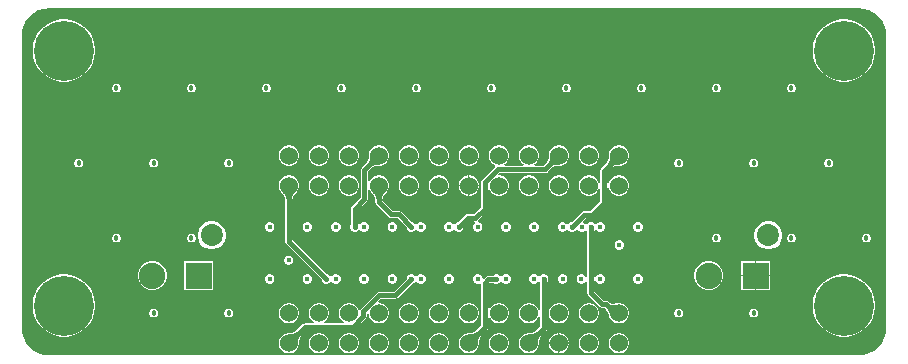
<source format=gbl>
G04*
G04 #@! TF.GenerationSoftware,Altium Limited,Altium Designer,24.0.1 (36)*
G04*
G04 Layer_Physical_Order=4*
G04 Layer_Color=16711680*
%FSLAX44Y44*%
%MOMM*%
G71*
G04*
G04 #@! TF.SameCoordinates,FEA383FD-90B8-454F-AD33-5B4C9E3D299A*
G04*
G04*
G04 #@! TF.FilePolarity,Positive*
G04*
G01*
G75*
%ADD21C,0.3810*%
%ADD22C,1.8600*%
%ADD23R,2.2400X2.2400*%
%ADD24C,2.2400*%
%ADD25C,5.0800*%
%ADD26C,1.5240*%
%ADD27C,0.4524*%
%ADD28C,0.4572*%
G36*
X677606Y270304D02*
X681939Y268990D01*
X685933Y266856D01*
X689433Y263983D01*
X692306Y260483D01*
X694440Y256489D01*
X695754Y252156D01*
X696189Y247747D01*
X696169Y247650D01*
Y0D01*
X696189Y-98D01*
X695754Y-4506D01*
X694440Y-8839D01*
X692306Y-12833D01*
X689433Y-16333D01*
X685933Y-19205D01*
X681939Y-21340D01*
X677606Y-22654D01*
X673197Y-23089D01*
X673100Y-23069D01*
X-12700D01*
X-12797Y-23089D01*
X-17206Y-22654D01*
X-21539Y-21340D01*
X-25533Y-19205D01*
X-29033Y-16333D01*
X-31906Y-12833D01*
X-34040Y-8839D01*
X-35354Y-4506D01*
X-35789Y-98D01*
X-35769Y0D01*
Y247650D01*
X-35789Y247747D01*
X-35354Y252156D01*
X-34040Y256489D01*
X-31906Y260483D01*
X-29033Y263983D01*
X-25533Y266856D01*
X-21539Y268990D01*
X-17206Y270304D01*
X-12797Y270739D01*
X-12700Y270719D01*
X673100D01*
X673197Y270739D01*
X677606Y270304D01*
D02*
G37*
%LPC*%
G36*
X662479Y261366D02*
X658321D01*
X654214Y260716D01*
X650260Y259431D01*
X646555Y257543D01*
X643191Y255099D01*
X640251Y252159D01*
X637807Y248795D01*
X635919Y245090D01*
X634634Y241136D01*
X633984Y237029D01*
Y232871D01*
X634634Y228764D01*
X635919Y224810D01*
X637807Y221105D01*
X640251Y217741D01*
X643191Y214801D01*
X646555Y212357D01*
X650260Y210469D01*
X654214Y209184D01*
X658321Y208534D01*
X662479D01*
X666586Y209184D01*
X670540Y210469D01*
X674245Y212357D01*
X677609Y214801D01*
X680549Y217741D01*
X682993Y221105D01*
X684881Y224810D01*
X686166Y228764D01*
X686816Y232871D01*
Y237029D01*
X686166Y241136D01*
X684881Y245090D01*
X682993Y248795D01*
X680549Y252159D01*
X677609Y255099D01*
X674245Y257543D01*
X670540Y259431D01*
X666586Y260716D01*
X662479Y261366D01*
D02*
G37*
G36*
X2079D02*
X-2079D01*
X-6186Y260716D01*
X-10140Y259431D01*
X-13845Y257543D01*
X-17209Y255099D01*
X-20149Y252159D01*
X-22593Y248795D01*
X-24481Y245090D01*
X-25766Y241136D01*
X-26416Y237029D01*
Y232871D01*
X-25766Y228764D01*
X-24481Y224810D01*
X-22593Y221105D01*
X-20149Y217741D01*
X-17209Y214801D01*
X-13845Y212357D01*
X-10140Y210469D01*
X-6186Y209184D01*
X-2079Y208534D01*
X2079D01*
X6186Y209184D01*
X10140Y210469D01*
X13845Y212357D01*
X17209Y214801D01*
X20149Y217741D01*
X22593Y221105D01*
X24481Y224810D01*
X25766Y228764D01*
X26416Y232871D01*
Y237029D01*
X25766Y241136D01*
X24481Y245090D01*
X22593Y248795D01*
X20149Y252159D01*
X17209Y255099D01*
X13845Y257543D01*
X10140Y259431D01*
X6186Y260716D01*
X2079Y261366D01*
D02*
G37*
G36*
X616700Y206970D02*
X615200D01*
X613815Y206396D01*
X612754Y205336D01*
X612180Y203950D01*
Y202450D01*
X612754Y201064D01*
X613815Y200004D01*
X615200Y199430D01*
X616700D01*
X618086Y200004D01*
X619146Y201064D01*
X619720Y202450D01*
Y203950D01*
X619146Y205336D01*
X618086Y206396D01*
X616700Y206970D01*
D02*
G37*
G36*
X553200D02*
X551700D01*
X550314Y206396D01*
X549254Y205336D01*
X548680Y203950D01*
Y202450D01*
X549254Y201064D01*
X550314Y200004D01*
X551700Y199430D01*
X553200D01*
X554585Y200004D01*
X555646Y201064D01*
X556220Y202450D01*
Y203950D01*
X555646Y205336D01*
X554585Y206396D01*
X553200Y206970D01*
D02*
G37*
G36*
X489700D02*
X488200D01*
X486814Y206396D01*
X485754Y205336D01*
X485180Y203950D01*
Y202450D01*
X485754Y201064D01*
X486814Y200004D01*
X488200Y199430D01*
X489700D01*
X491086Y200004D01*
X492146Y201064D01*
X492720Y202450D01*
Y203950D01*
X492146Y205336D01*
X491086Y206396D01*
X489700Y206970D01*
D02*
G37*
G36*
X426200D02*
X424700D01*
X423315Y206396D01*
X422254Y205336D01*
X421680Y203950D01*
Y202450D01*
X422254Y201064D01*
X423315Y200004D01*
X424700Y199430D01*
X426200D01*
X427585Y200004D01*
X428646Y201064D01*
X429220Y202450D01*
Y203950D01*
X428646Y205336D01*
X427585Y206396D01*
X426200Y206970D01*
D02*
G37*
G36*
X362700D02*
X361200D01*
X359814Y206396D01*
X358754Y205336D01*
X358180Y203950D01*
Y202450D01*
X358754Y201064D01*
X359814Y200004D01*
X361200Y199430D01*
X362700D01*
X364086Y200004D01*
X365146Y201064D01*
X365720Y202450D01*
Y203950D01*
X365146Y205336D01*
X364086Y206396D01*
X362700Y206970D01*
D02*
G37*
G36*
X299200D02*
X297700D01*
X296315Y206396D01*
X295254Y205336D01*
X294680Y203950D01*
Y202450D01*
X295254Y201064D01*
X296315Y200004D01*
X297700Y199430D01*
X299200D01*
X300585Y200004D01*
X301646Y201064D01*
X302220Y202450D01*
Y203950D01*
X301646Y205336D01*
X300585Y206396D01*
X299200Y206970D01*
D02*
G37*
G36*
X235700D02*
X234200D01*
X232815Y206396D01*
X231754Y205336D01*
X231180Y203950D01*
Y202450D01*
X231754Y201064D01*
X232815Y200004D01*
X234200Y199430D01*
X235700D01*
X237085Y200004D01*
X238146Y201064D01*
X238720Y202450D01*
Y203950D01*
X238146Y205336D01*
X237085Y206396D01*
X235700Y206970D01*
D02*
G37*
G36*
X172200D02*
X170700D01*
X169314Y206396D01*
X168254Y205336D01*
X167680Y203950D01*
Y202450D01*
X168254Y201064D01*
X169314Y200004D01*
X170700Y199430D01*
X172200D01*
X173585Y200004D01*
X174646Y201064D01*
X175220Y202450D01*
Y203950D01*
X174646Y205336D01*
X173585Y206396D01*
X172200Y206970D01*
D02*
G37*
G36*
X108700D02*
X107200D01*
X105815Y206396D01*
X104754Y205336D01*
X104180Y203950D01*
Y202450D01*
X104754Y201064D01*
X105815Y200004D01*
X107200Y199430D01*
X108700D01*
X110085Y200004D01*
X111146Y201064D01*
X111720Y202450D01*
Y203950D01*
X111146Y205336D01*
X110085Y206396D01*
X108700Y206970D01*
D02*
G37*
G36*
X45200D02*
X43700D01*
X42315Y206396D01*
X41254Y205336D01*
X40680Y203950D01*
Y202450D01*
X41254Y201064D01*
X42315Y200004D01*
X43700Y199430D01*
X45200D01*
X46585Y200004D01*
X47646Y201064D01*
X48220Y202450D01*
Y203950D01*
X47646Y205336D01*
X46585Y206396D01*
X45200Y206970D01*
D02*
G37*
G36*
X420237Y154686D02*
X417963D01*
X415767Y154097D01*
X413797Y152961D01*
X412189Y151353D01*
X411053Y149383D01*
X410464Y147187D01*
Y146182D01*
X410381Y145989D01*
X410368Y145083D01*
X410313Y144261D01*
X410218Y143497D01*
X410082Y142791D01*
X409909Y142143D01*
X409699Y141553D01*
X409455Y141019D01*
X409178Y140538D01*
X408868Y140109D01*
X408484Y139681D01*
X408465Y139627D01*
X406256Y137418D01*
X398561D01*
X398220Y138688D01*
X399003Y139139D01*
X400611Y140747D01*
X401748Y142717D01*
X402336Y144913D01*
Y147187D01*
X401748Y149383D01*
X400611Y151353D01*
X399003Y152961D01*
X397033Y154097D01*
X394837Y154686D01*
X392563D01*
X390367Y154097D01*
X388397Y152961D01*
X386790Y151353D01*
X385653Y149383D01*
X385064Y147187D01*
Y144913D01*
X385653Y142717D01*
X386790Y140747D01*
X388397Y139139D01*
X389180Y138688D01*
X388839Y137418D01*
X373161D01*
X372820Y138688D01*
X373603Y139139D01*
X375210Y140747D01*
X376348Y142717D01*
X376936Y144913D01*
Y147187D01*
X376348Y149383D01*
X375210Y151353D01*
X373603Y152961D01*
X371633Y154097D01*
X369437Y154686D01*
X367163D01*
X364967Y154097D01*
X362997Y152961D01*
X361390Y151353D01*
X360252Y149383D01*
X359664Y147187D01*
Y144913D01*
X360252Y142717D01*
X361390Y140747D01*
X362997Y139139D01*
X364967Y138003D01*
X364970Y138002D01*
X365197Y136626D01*
X365076Y136545D01*
X354094Y125563D01*
X353448Y124597D01*
X353222Y123457D01*
Y102434D01*
X347185Y96397D01*
X342118D01*
X340979Y96170D01*
X340012Y95524D01*
X333988Y89500D01*
X333404D01*
X331934Y88891D01*
X330920Y87877D01*
X330200Y87817D01*
X329480Y87877D01*
X328466Y88891D01*
X326996Y89500D01*
X325404D01*
X323934Y88891D01*
X322809Y87766D01*
X322200Y86296D01*
Y84704D01*
X322809Y83234D01*
X323934Y82109D01*
X325404Y81500D01*
X326996D01*
X328466Y82109D01*
X329480Y83123D01*
X330200Y83183D01*
X330920Y83123D01*
X331934Y82109D01*
X333404Y81500D01*
X334996D01*
X336466Y82109D01*
X337591Y83234D01*
X338200Y84704D01*
Y85288D01*
X343352Y90440D01*
X347247D01*
X347461Y90420D01*
X348472Y89986D01*
X348099Y89007D01*
X347934Y88891D01*
X347704Y88660D01*
X346809Y87766D01*
X346200Y86296D01*
Y84704D01*
X346809Y83234D01*
X347934Y82109D01*
X349404Y81500D01*
X350996D01*
X352466Y82109D01*
X353591Y83234D01*
X354200Y84704D01*
Y86296D01*
X353591Y87766D01*
X352466Y88891D01*
X350996Y89500D01*
X350695D01*
X350482Y89757D01*
X350524Y91312D01*
X358306Y99094D01*
X358951Y100060D01*
X359178Y101200D01*
Y116637D01*
X360448Y116978D01*
X361390Y115347D01*
X362997Y113740D01*
X364967Y112603D01*
X367163Y112014D01*
X369437D01*
X371633Y112603D01*
X373603Y113740D01*
X375210Y115347D01*
X376348Y117317D01*
X376936Y119513D01*
Y121787D01*
X376348Y123983D01*
X375210Y125953D01*
X373603Y127561D01*
X371633Y128698D01*
X369437Y129286D01*
X368037D01*
X367511Y130556D01*
X368416Y131461D01*
X407490D01*
X408629Y131688D01*
X409595Y132334D01*
X412677Y135415D01*
X412731Y135434D01*
X413159Y135818D01*
X413588Y136128D01*
X414069Y136405D01*
X414603Y136649D01*
X415193Y136859D01*
X415841Y137032D01*
X416531Y137165D01*
X418149Y137318D01*
X419039Y137331D01*
X419232Y137414D01*
X420237D01*
X422433Y138003D01*
X424403Y139139D01*
X426011Y140747D01*
X427147Y142717D01*
X427736Y144913D01*
Y147187D01*
X427147Y149383D01*
X426011Y151353D01*
X424403Y152961D01*
X422433Y154097D01*
X420237Y154686D01*
D02*
G37*
G36*
X445637D02*
X443363D01*
X441167Y154097D01*
X439197Y152961D01*
X437589Y151353D01*
X436452Y149383D01*
X435864Y147187D01*
Y144913D01*
X436452Y142717D01*
X437589Y140747D01*
X439197Y139139D01*
X441167Y138003D01*
X443363Y137414D01*
X445637D01*
X447833Y138003D01*
X449803Y139139D01*
X451410Y140747D01*
X452547Y142717D01*
X453136Y144913D01*
Y147187D01*
X452547Y149383D01*
X451410Y151353D01*
X449803Y152961D01*
X447833Y154097D01*
X445637Y154686D01*
D02*
G37*
G36*
X344037D02*
X341763D01*
X339567Y154097D01*
X337597Y152961D01*
X335989Y151353D01*
X334852Y149383D01*
X334264Y147187D01*
Y144913D01*
X334852Y142717D01*
X335989Y140747D01*
X337597Y139139D01*
X339567Y138003D01*
X341763Y137414D01*
X344037D01*
X346233Y138003D01*
X348203Y139139D01*
X349810Y140747D01*
X350947Y142717D01*
X351536Y144913D01*
Y147187D01*
X350947Y149383D01*
X349810Y151353D01*
X348203Y152961D01*
X346233Y154097D01*
X344037Y154686D01*
D02*
G37*
G36*
X318637D02*
X316363D01*
X314167Y154097D01*
X312197Y152961D01*
X310590Y151353D01*
X309452Y149383D01*
X308864Y147187D01*
Y144913D01*
X309452Y142717D01*
X310590Y140747D01*
X312197Y139139D01*
X314167Y138003D01*
X316363Y137414D01*
X318637D01*
X320833Y138003D01*
X322803Y139139D01*
X324411Y140747D01*
X325547Y142717D01*
X326136Y144913D01*
Y147187D01*
X325547Y149383D01*
X324411Y151353D01*
X322803Y152961D01*
X320833Y154097D01*
X318637Y154686D01*
D02*
G37*
G36*
X293237D02*
X290963D01*
X288767Y154097D01*
X286797Y152961D01*
X285189Y151353D01*
X284053Y149383D01*
X283464Y147187D01*
Y144913D01*
X284053Y142717D01*
X285189Y140747D01*
X286797Y139139D01*
X288767Y138003D01*
X290963Y137414D01*
X293237D01*
X295433Y138003D01*
X297403Y139139D01*
X299011Y140747D01*
X300147Y142717D01*
X300736Y144913D01*
Y147187D01*
X300147Y149383D01*
X299011Y151353D01*
X297403Y152961D01*
X295433Y154097D01*
X293237Y154686D01*
D02*
G37*
G36*
X242437D02*
X240163D01*
X237967Y154097D01*
X235997Y152961D01*
X234389Y151353D01*
X233253Y149383D01*
X232664Y147187D01*
Y144913D01*
X233253Y142717D01*
X234389Y140747D01*
X235997Y139139D01*
X237967Y138003D01*
X240163Y137414D01*
X242437D01*
X244633Y138003D01*
X246603Y139139D01*
X248211Y140747D01*
X249347Y142717D01*
X249936Y144913D01*
Y147187D01*
X249347Y149383D01*
X248211Y151353D01*
X246603Y152961D01*
X244633Y154097D01*
X242437Y154686D01*
D02*
G37*
G36*
X217037D02*
X214763D01*
X212567Y154097D01*
X210597Y152961D01*
X208990Y151353D01*
X207852Y149383D01*
X207264Y147187D01*
Y144913D01*
X207852Y142717D01*
X208990Y140747D01*
X210597Y139139D01*
X212567Y138003D01*
X214763Y137414D01*
X217037D01*
X219233Y138003D01*
X221203Y139139D01*
X222810Y140747D01*
X223948Y142717D01*
X224536Y144913D01*
Y147187D01*
X223948Y149383D01*
X222810Y151353D01*
X221203Y152961D01*
X219233Y154097D01*
X217037Y154686D01*
D02*
G37*
G36*
X191637D02*
X189363D01*
X187167Y154097D01*
X185197Y152961D01*
X183589Y151353D01*
X182453Y149383D01*
X181864Y147187D01*
Y144913D01*
X182453Y142717D01*
X183589Y140747D01*
X185197Y139139D01*
X187167Y138003D01*
X189363Y137414D01*
X191637D01*
X193833Y138003D01*
X195803Y139139D01*
X197411Y140747D01*
X198547Y142717D01*
X199136Y144913D01*
Y147187D01*
X198547Y149383D01*
X197411Y151353D01*
X195803Y152961D01*
X193833Y154097D01*
X191637Y154686D01*
D02*
G37*
G36*
X648450Y143470D02*
X646950D01*
X645564Y142896D01*
X644504Y141835D01*
X643930Y140450D01*
Y138950D01*
X644504Y137564D01*
X645564Y136504D01*
X646950Y135930D01*
X648450D01*
X649836Y136504D01*
X650896Y137564D01*
X651470Y138950D01*
Y140450D01*
X650896Y141835D01*
X649836Y142896D01*
X648450Y143470D01*
D02*
G37*
G36*
X584950D02*
X583450D01*
X582065Y142896D01*
X581004Y141835D01*
X580430Y140450D01*
Y138950D01*
X581004Y137564D01*
X582065Y136504D01*
X583450Y135930D01*
X584950D01*
X586335Y136504D01*
X587396Y137564D01*
X587970Y138950D01*
Y140450D01*
X587396Y141835D01*
X586335Y142896D01*
X584950Y143470D01*
D02*
G37*
G36*
X521450D02*
X519950D01*
X518564Y142896D01*
X517504Y141835D01*
X516930Y140450D01*
Y138950D01*
X517504Y137564D01*
X518564Y136504D01*
X519950Y135930D01*
X521450D01*
X522836Y136504D01*
X523896Y137564D01*
X524470Y138950D01*
Y140450D01*
X523896Y141835D01*
X522836Y142896D01*
X521450Y143470D01*
D02*
G37*
G36*
X140450D02*
X138950D01*
X137564Y142896D01*
X136504Y141835D01*
X135930Y140450D01*
Y138950D01*
X136504Y137564D01*
X137564Y136504D01*
X138950Y135930D01*
X140450D01*
X141835Y136504D01*
X142896Y137564D01*
X143470Y138950D01*
Y140450D01*
X142896Y141835D01*
X141835Y142896D01*
X140450Y143470D01*
D02*
G37*
G36*
X76950D02*
X75450D01*
X74064Y142896D01*
X73004Y141835D01*
X72430Y140450D01*
Y138950D01*
X73004Y137564D01*
X74064Y136504D01*
X75450Y135930D01*
X76950D01*
X78335Y136504D01*
X79396Y137564D01*
X79970Y138950D01*
Y140450D01*
X79396Y141835D01*
X78335Y142896D01*
X76950Y143470D01*
D02*
G37*
G36*
X13450D02*
X11950D01*
X10565Y142896D01*
X9504Y141835D01*
X8930Y140450D01*
Y138950D01*
X9504Y137564D01*
X10565Y136504D01*
X11950Y135930D01*
X13450D01*
X14835Y136504D01*
X15896Y137564D01*
X16470Y138950D01*
Y140450D01*
X15896Y141835D01*
X14835Y142896D01*
X13450Y143470D01*
D02*
G37*
G36*
X471037Y154686D02*
X468763D01*
X466567Y154097D01*
X464597Y152961D01*
X462990Y151353D01*
X461852Y149383D01*
X461264Y147187D01*
Y146182D01*
X461181Y145989D01*
X461168Y145083D01*
X461114Y144261D01*
X461018Y143497D01*
X460882Y142791D01*
X460709Y142143D01*
X460499Y141553D01*
X460255Y141019D01*
X459978Y140538D01*
X459668Y140109D01*
X459284Y139681D01*
X459265Y139627D01*
X455094Y135456D01*
X454449Y134490D01*
X454222Y133350D01*
Y122642D01*
X452952Y122474D01*
X452547Y123983D01*
X451410Y125953D01*
X449803Y127561D01*
X447833Y128698D01*
X445637Y129286D01*
X443363D01*
X441167Y128698D01*
X439197Y127561D01*
X437589Y125953D01*
X436452Y123983D01*
X435864Y121787D01*
Y119513D01*
X436452Y117317D01*
X437589Y115347D01*
X439197Y113740D01*
X441167Y112603D01*
X443363Y112014D01*
X445637D01*
X447833Y112603D01*
X449803Y113740D01*
X451410Y115347D01*
X452547Y117317D01*
X452952Y118826D01*
X454222Y118658D01*
Y107434D01*
X445733Y98945D01*
X440667D01*
X439527Y98718D01*
X438561Y98073D01*
X429988Y89500D01*
X429404D01*
X427934Y88891D01*
X426920Y87877D01*
X426200Y87817D01*
X425480Y87877D01*
X424466Y88891D01*
X422996Y89500D01*
X421404D01*
X419934Y88891D01*
X418809Y87766D01*
X418200Y86296D01*
Y84704D01*
X418809Y83234D01*
X419934Y82109D01*
X421404Y81500D01*
X422996D01*
X424466Y82109D01*
X425480Y83123D01*
X426200Y83183D01*
X426920Y83123D01*
X427934Y82109D01*
X429404Y81500D01*
X430996D01*
X432466Y82109D01*
X433591Y83234D01*
X434939Y83169D01*
X434984Y83059D01*
X436110Y81933D01*
X437580Y81325D01*
X439171D01*
X440641Y81933D01*
X441583Y82875D01*
X442028Y83006D01*
X443222Y82417D01*
Y43148D01*
X441952Y42895D01*
X441591Y43766D01*
X440466Y44891D01*
X438996Y45500D01*
X437404D01*
X435934Y44891D01*
X434809Y43766D01*
X434200Y42296D01*
Y40704D01*
X434809Y39234D01*
X435934Y38109D01*
X437404Y37500D01*
X438996D01*
X440466Y38109D01*
X441591Y39234D01*
X441952Y40105D01*
X443222Y39852D01*
Y30050D01*
X443448Y28910D01*
X444094Y27944D01*
X453843Y18195D01*
X454809Y17550D01*
X455949Y17323D01*
X457972D01*
X458395Y16900D01*
X458415Y16844D01*
X458754Y16472D01*
X459065Y16068D01*
X459371Y15604D01*
X460015Y14412D01*
X460313Y13752D01*
X461235Y11231D01*
X461526Y10268D01*
X461652Y10114D01*
X461852Y9367D01*
X462990Y7397D01*
X464597Y5789D01*
X466567Y4652D01*
X468763Y4064D01*
X471037D01*
X473233Y4652D01*
X475203Y5789D01*
X476810Y7397D01*
X477948Y9367D01*
X478536Y11563D01*
Y13837D01*
X477948Y16033D01*
X476810Y18003D01*
X475203Y19611D01*
X473233Y20747D01*
X471037Y21336D01*
X468763D01*
X467555Y21012D01*
X467352Y21038D01*
X466585Y20830D01*
X465901Y20702D01*
X465264Y20641D01*
X464672Y20643D01*
X464124Y20706D01*
X463616Y20826D01*
X463141Y21003D01*
X462693Y21238D01*
X462268Y21535D01*
X461815Y21939D01*
X461762Y21957D01*
X461312Y22407D01*
X460345Y23053D01*
X459206Y23280D01*
X457182D01*
X449178Y31284D01*
Y39852D01*
X450448Y40105D01*
X450809Y39234D01*
X451934Y38109D01*
X453404Y37500D01*
X454996D01*
X456466Y38109D01*
X457591Y39234D01*
X458200Y40704D01*
Y42296D01*
X457591Y43766D01*
X456466Y44891D01*
X454996Y45500D01*
X453404D01*
X451934Y44891D01*
X450809Y43766D01*
X450448Y42895D01*
X449178Y43148D01*
Y82527D01*
X450302Y83175D01*
X450920Y83123D01*
X451934Y82109D01*
X453404Y81500D01*
X454996D01*
X456466Y82109D01*
X457591Y83234D01*
X458200Y84704D01*
Y86296D01*
X457591Y87766D01*
X456466Y88891D01*
X454996Y89500D01*
X453404D01*
X451934Y88891D01*
X450920Y87877D01*
X450200Y87817D01*
X449480Y87877D01*
X448466Y88891D01*
X446996Y89500D01*
X445404D01*
X443934Y88891D01*
X442993Y87949D01*
X442464Y87795D01*
X441480Y87877D01*
X440641Y88716D01*
X439780Y89072D01*
X439410Y90498D01*
X441900Y92988D01*
X446967D01*
X448106Y93215D01*
X449072Y93861D01*
X459306Y104094D01*
X459952Y105060D01*
X460178Y106200D01*
Y118658D01*
X461448Y118826D01*
X461852Y117317D01*
X462990Y115347D01*
X464597Y113740D01*
X466567Y112603D01*
X468763Y112014D01*
X471037D01*
X473233Y112603D01*
X475203Y113740D01*
X476810Y115347D01*
X477948Y117317D01*
X478536Y119513D01*
Y121787D01*
X477948Y123983D01*
X476810Y125953D01*
X475203Y127561D01*
X473233Y128698D01*
X471037Y129286D01*
X468763D01*
X466567Y128698D01*
X464597Y127561D01*
X462990Y125953D01*
X461852Y123983D01*
X461448Y122474D01*
X460178Y122642D01*
Y132116D01*
X463477Y135415D01*
X463531Y135434D01*
X463959Y135818D01*
X464389Y136128D01*
X464869Y136405D01*
X465403Y136649D01*
X465993Y136859D01*
X466641Y137032D01*
X467331Y137165D01*
X468949Y137318D01*
X469839Y137331D01*
X470033Y137414D01*
X471037D01*
X473233Y138003D01*
X475203Y139139D01*
X476810Y140747D01*
X477948Y142717D01*
X478536Y144913D01*
Y147187D01*
X477948Y149383D01*
X476810Y151353D01*
X475203Y152961D01*
X473233Y154097D01*
X471037Y154686D01*
D02*
G37*
G36*
X344037Y129286D02*
X343408D01*
Y121158D01*
X351536D01*
Y121787D01*
X350947Y123983D01*
X349810Y125953D01*
X348203Y127561D01*
X346233Y128698D01*
X344037Y129286D01*
D02*
G37*
G36*
X342392D02*
X341763D01*
X339567Y128698D01*
X337597Y127561D01*
X335989Y125953D01*
X334852Y123983D01*
X334264Y121787D01*
Y121158D01*
X342392D01*
Y129286D01*
D02*
G37*
G36*
X420237D02*
X417963D01*
X415767Y128698D01*
X413797Y127561D01*
X412189Y125953D01*
X411053Y123983D01*
X410464Y121787D01*
Y119513D01*
X411053Y117317D01*
X412189Y115347D01*
X413797Y113740D01*
X415767Y112603D01*
X417963Y112014D01*
X420237D01*
X422433Y112603D01*
X424403Y113740D01*
X426011Y115347D01*
X427147Y117317D01*
X427736Y119513D01*
Y121787D01*
X427147Y123983D01*
X426011Y125953D01*
X424403Y127561D01*
X422433Y128698D01*
X420237Y129286D01*
D02*
G37*
G36*
X394837D02*
X392563D01*
X390367Y128698D01*
X388397Y127561D01*
X386790Y125953D01*
X385653Y123983D01*
X385064Y121787D01*
Y119513D01*
X385653Y117317D01*
X386790Y115347D01*
X388397Y113740D01*
X390367Y112603D01*
X392563Y112014D01*
X394837D01*
X397033Y112603D01*
X399003Y113740D01*
X400611Y115347D01*
X401748Y117317D01*
X402336Y119513D01*
Y121787D01*
X401748Y123983D01*
X400611Y125953D01*
X399003Y127561D01*
X397033Y128698D01*
X394837Y129286D01*
D02*
G37*
G36*
X351536Y120142D02*
X343408D01*
Y112014D01*
X344037D01*
X346233Y112603D01*
X348203Y113740D01*
X349810Y115347D01*
X350947Y117317D01*
X351536Y119513D01*
Y120142D01*
D02*
G37*
G36*
X342392D02*
X334264D01*
Y119513D01*
X334852Y117317D01*
X335989Y115347D01*
X337597Y113740D01*
X339567Y112603D01*
X341763Y112014D01*
X342392D01*
Y120142D01*
D02*
G37*
G36*
X318637Y129286D02*
X316363D01*
X314167Y128698D01*
X312197Y127561D01*
X310590Y125953D01*
X309452Y123983D01*
X308864Y121787D01*
Y119513D01*
X309452Y117317D01*
X310590Y115347D01*
X312197Y113740D01*
X314167Y112603D01*
X316363Y112014D01*
X318637D01*
X320833Y112603D01*
X322803Y113740D01*
X324411Y115347D01*
X325547Y117317D01*
X326136Y119513D01*
Y121787D01*
X325547Y123983D01*
X324411Y125953D01*
X322803Y127561D01*
X320833Y128698D01*
X318637Y129286D01*
D02*
G37*
G36*
X293237D02*
X290963D01*
X288767Y128698D01*
X286797Y127561D01*
X285189Y125953D01*
X284053Y123983D01*
X283464Y121787D01*
Y119513D01*
X284053Y117317D01*
X285189Y115347D01*
X286797Y113740D01*
X288767Y112603D01*
X290963Y112014D01*
X293237D01*
X295433Y112603D01*
X297403Y113740D01*
X299011Y115347D01*
X300147Y117317D01*
X300736Y119513D01*
Y121787D01*
X300147Y123983D01*
X299011Y125953D01*
X297403Y127561D01*
X295433Y128698D01*
X293237Y129286D01*
D02*
G37*
G36*
X242437D02*
X240163D01*
X237967Y128698D01*
X235997Y127561D01*
X234389Y125953D01*
X233253Y123983D01*
X232664Y121787D01*
Y119513D01*
X233253Y117317D01*
X234389Y115347D01*
X235997Y113740D01*
X237967Y112603D01*
X240163Y112014D01*
X242437D01*
X244633Y112603D01*
X246603Y113740D01*
X248211Y115347D01*
X249347Y117317D01*
X249936Y119513D01*
Y121787D01*
X249347Y123983D01*
X248211Y125953D01*
X246603Y127561D01*
X244633Y128698D01*
X242437Y129286D01*
D02*
G37*
G36*
X217037D02*
X214763D01*
X212567Y128698D01*
X210597Y127561D01*
X208990Y125953D01*
X207852Y123983D01*
X207264Y121787D01*
Y119513D01*
X207852Y117317D01*
X208990Y115347D01*
X210597Y113740D01*
X212567Y112603D01*
X214763Y112014D01*
X217037D01*
X219233Y112603D01*
X221203Y113740D01*
X222810Y115347D01*
X223948Y117317D01*
X224536Y119513D01*
Y121787D01*
X223948Y123983D01*
X222810Y125953D01*
X221203Y127561D01*
X219233Y128698D01*
X217037Y129286D01*
D02*
G37*
G36*
X486996Y89500D02*
X485404D01*
X483934Y88891D01*
X482809Y87766D01*
X482200Y86296D01*
Y84704D01*
X482809Y83234D01*
X483934Y82109D01*
X485404Y81500D01*
X486996D01*
X488466Y82109D01*
X489591Y83234D01*
X490200Y84704D01*
Y86296D01*
X489591Y87766D01*
X488466Y88891D01*
X486996Y89500D01*
D02*
G37*
G36*
X398996D02*
X397404D01*
X395934Y88891D01*
X394809Y87766D01*
X394200Y86296D01*
Y84704D01*
X394809Y83234D01*
X395934Y82109D01*
X397404Y81500D01*
X398996D01*
X400466Y82109D01*
X401591Y83234D01*
X402200Y84704D01*
Y86296D01*
X401591Y87766D01*
X400466Y88891D01*
X398996Y89500D01*
D02*
G37*
G36*
X374996D02*
X373404D01*
X371934Y88891D01*
X370809Y87766D01*
X370200Y86296D01*
Y84704D01*
X370809Y83234D01*
X371934Y82109D01*
X373404Y81500D01*
X374996D01*
X376466Y82109D01*
X377591Y83234D01*
X378200Y84704D01*
Y86296D01*
X377591Y87766D01*
X376466Y88891D01*
X374996Y89500D01*
D02*
G37*
G36*
X267837Y154686D02*
X265563D01*
X263367Y154097D01*
X261397Y152961D01*
X259790Y151353D01*
X258652Y149383D01*
X258064Y147187D01*
Y146182D01*
X257981Y145989D01*
X257968Y145083D01*
X257913Y144261D01*
X257818Y143497D01*
X257682Y142791D01*
X257509Y142143D01*
X257299Y141553D01*
X257055Y141019D01*
X256778Y140538D01*
X256468Y140109D01*
X256084Y139681D01*
X256065Y139627D01*
X252094Y135656D01*
X251448Y134690D01*
X251222Y133550D01*
Y110155D01*
X244094Y103028D01*
X243449Y102062D01*
X243222Y100922D01*
Y88179D01*
X242809Y87766D01*
X242200Y86296D01*
Y84704D01*
X242809Y83234D01*
X243934Y82109D01*
X245404Y81500D01*
X246996D01*
X248466Y82109D01*
X249480Y83123D01*
X250200Y83183D01*
X250920Y83123D01*
X251934Y82109D01*
X253404Y81500D01*
X254996D01*
X256466Y82109D01*
X257591Y83234D01*
X258200Y84704D01*
Y86296D01*
X257591Y87766D01*
X256466Y88891D01*
X254996Y89500D01*
X253404D01*
X251934Y88891D01*
X250920Y87877D01*
X250302Y87825D01*
X249178Y88474D01*
Y99688D01*
X256306Y106816D01*
X256952Y107782D01*
X257178Y108922D01*
Y117912D01*
X258448Y118079D01*
X258652Y117317D01*
X259790Y115347D01*
X260500Y114637D01*
X260578Y114442D01*
X261209Y113792D01*
X261752Y113172D01*
X262225Y112564D01*
X262628Y111969D01*
X262964Y111389D01*
X263233Y110823D01*
X263438Y110273D01*
X263581Y109737D01*
X263666Y109214D01*
X263697Y108640D01*
X263722Y108588D01*
Y106700D01*
X263948Y105560D01*
X264594Y104594D01*
X275126Y94062D01*
X276092Y93417D01*
X277232Y93190D01*
X282298D01*
X290200Y85288D01*
Y84704D01*
X290809Y83234D01*
X291934Y82109D01*
X293404Y81500D01*
X294996D01*
X296466Y82109D01*
X297480Y83123D01*
X298200Y83183D01*
X298920Y83123D01*
X299934Y82109D01*
X301404Y81500D01*
X302996D01*
X304466Y82109D01*
X305591Y83234D01*
X306200Y84704D01*
Y86296D01*
X305591Y87766D01*
X304466Y88891D01*
X302996Y89500D01*
X301404D01*
X299934Y88891D01*
X298920Y87877D01*
X298200Y87817D01*
X297480Y87877D01*
X296466Y88891D01*
X294996Y89500D01*
X294412D01*
X285638Y98274D01*
X284671Y98920D01*
X283532Y99147D01*
X278465D01*
X269678Y107934D01*
Y108588D01*
X269703Y108640D01*
X269734Y109214D01*
X269819Y109737D01*
X269962Y110273D01*
X270167Y110823D01*
X270436Y111389D01*
X270772Y111969D01*
X271166Y112550D01*
X272202Y113803D01*
X272822Y114442D01*
X272900Y114637D01*
X273610Y115347D01*
X274748Y117317D01*
X275336Y119513D01*
Y121787D01*
X274748Y123983D01*
X273610Y125953D01*
X272003Y127561D01*
X270033Y128698D01*
X267837Y129286D01*
X265563D01*
X263367Y128698D01*
X261397Y127561D01*
X259790Y125953D01*
X258652Y123983D01*
X258448Y123221D01*
X257178Y123388D01*
Y132316D01*
X260277Y135415D01*
X260331Y135434D01*
X260759Y135818D01*
X261189Y136128D01*
X261669Y136405D01*
X262203Y136649D01*
X262793Y136859D01*
X263441Y137032D01*
X264131Y137165D01*
X265749Y137318D01*
X266639Y137331D01*
X266833Y137414D01*
X267837D01*
X270033Y138003D01*
X272003Y139139D01*
X273610Y140747D01*
X274748Y142717D01*
X275336Y144913D01*
Y147187D01*
X274748Y149383D01*
X273610Y151353D01*
X272003Y152961D01*
X270033Y154097D01*
X267837Y154686D01*
D02*
G37*
G36*
X278996Y89500D02*
X277404D01*
X275934Y88891D01*
X274809Y87766D01*
X274200Y86296D01*
Y84704D01*
X274809Y83234D01*
X275934Y82109D01*
X277404Y81500D01*
X278996D01*
X280466Y82109D01*
X281591Y83234D01*
X282200Y84704D01*
Y86296D01*
X281591Y87766D01*
X280466Y88891D01*
X278996Y89500D01*
D02*
G37*
G36*
X230996D02*
X229404D01*
X227934Y88891D01*
X226809Y87766D01*
X226200Y86296D01*
Y84704D01*
X226809Y83234D01*
X227934Y82109D01*
X229404Y81500D01*
X230996D01*
X232466Y82109D01*
X233591Y83234D01*
X234200Y84704D01*
Y86296D01*
X233591Y87766D01*
X232466Y88891D01*
X230996Y89500D01*
D02*
G37*
G36*
X206996D02*
X205404D01*
X203934Y88891D01*
X202809Y87766D01*
X202200Y86296D01*
Y84704D01*
X202809Y83234D01*
X203934Y82109D01*
X205404Y81500D01*
X206996D01*
X208466Y82109D01*
X209591Y83234D01*
X210200Y84704D01*
Y86296D01*
X209591Y87766D01*
X208466Y88891D01*
X206996Y89500D01*
D02*
G37*
G36*
X174996D02*
X173404D01*
X171934Y88891D01*
X170809Y87766D01*
X170200Y86296D01*
Y84704D01*
X170809Y83234D01*
X171934Y82109D01*
X173404Y81500D01*
X174996D01*
X176466Y82109D01*
X177591Y83234D01*
X178200Y84704D01*
Y86296D01*
X177591Y87766D01*
X176466Y88891D01*
X174996Y89500D01*
D02*
G37*
G36*
X680200Y79970D02*
X678700D01*
X677315Y79396D01*
X676254Y78335D01*
X675680Y76950D01*
Y75450D01*
X676254Y74064D01*
X677315Y73004D01*
X678700Y72430D01*
X680200D01*
X681585Y73004D01*
X682646Y74064D01*
X683220Y75450D01*
Y76950D01*
X682646Y78335D01*
X681585Y79396D01*
X680200Y79970D01*
D02*
G37*
G36*
X616700D02*
X615200D01*
X613815Y79396D01*
X612754Y78335D01*
X612180Y76950D01*
Y75450D01*
X612754Y74064D01*
X613815Y73004D01*
X615200Y72430D01*
X616700D01*
X618086Y73004D01*
X619146Y74064D01*
X619720Y75450D01*
Y76950D01*
X619146Y78335D01*
X618086Y79396D01*
X616700Y79970D01*
D02*
G37*
G36*
X553200D02*
X551700D01*
X550314Y79396D01*
X549254Y78335D01*
X548680Y76950D01*
Y75450D01*
X549254Y74064D01*
X550314Y73004D01*
X551700Y72430D01*
X553200D01*
X554585Y73004D01*
X555646Y74064D01*
X556220Y75450D01*
Y76950D01*
X555646Y78335D01*
X554585Y79396D01*
X553200Y79970D01*
D02*
G37*
G36*
X108700D02*
X107200D01*
X105815Y79396D01*
X104754Y78335D01*
X104180Y76950D01*
Y75450D01*
X104754Y74064D01*
X105815Y73004D01*
X107200Y72430D01*
X108700D01*
X110085Y73004D01*
X111146Y74064D01*
X111720Y75450D01*
Y76950D01*
X111146Y78335D01*
X110085Y79396D01*
X108700Y79970D01*
D02*
G37*
G36*
X45200D02*
X43700D01*
X42315Y79396D01*
X41254Y78335D01*
X40680Y76950D01*
Y75450D01*
X41254Y74064D01*
X42315Y73004D01*
X43700Y72430D01*
X45200D01*
X46585Y73004D01*
X47646Y74064D01*
X48220Y75450D01*
Y76950D01*
X47646Y78335D01*
X46585Y79396D01*
X45200Y79970D01*
D02*
G37*
G36*
X598054Y90250D02*
X594947D01*
X591945Y89446D01*
X589255Y87892D01*
X587058Y85695D01*
X585504Y83005D01*
X584700Y80003D01*
Y76897D01*
X585504Y73895D01*
X587058Y71205D01*
X589255Y69008D01*
X591945Y67454D01*
X594947Y66650D01*
X598054D01*
X601055Y67454D01*
X603745Y69008D01*
X605942Y71205D01*
X607496Y73895D01*
X608300Y76897D01*
Y80003D01*
X607496Y83005D01*
X605942Y85695D01*
X603745Y87892D01*
X601055Y89446D01*
X598054Y90250D01*
D02*
G37*
G36*
X126653D02*
X123546D01*
X120545Y89446D01*
X117855Y87892D01*
X115658Y85695D01*
X114104Y83005D01*
X113300Y80003D01*
Y76897D01*
X114104Y73895D01*
X115658Y71205D01*
X117855Y69008D01*
X120545Y67454D01*
X123546Y66650D01*
X126653D01*
X129655Y67454D01*
X132345Y69008D01*
X134542Y71205D01*
X136096Y73895D01*
X136900Y76897D01*
Y80003D01*
X136096Y83005D01*
X134542Y85695D01*
X132345Y87892D01*
X129655Y89446D01*
X126653Y90250D01*
D02*
G37*
G36*
X470996Y74200D02*
X469404D01*
X467934Y73591D01*
X466809Y72466D01*
X466200Y70996D01*
Y69404D01*
X466809Y67934D01*
X467934Y66809D01*
X469404Y66200D01*
X470996D01*
X472466Y66809D01*
X473591Y67934D01*
X474200Y69404D01*
Y70996D01*
X473591Y72466D01*
X472466Y73591D01*
X470996Y74200D01*
D02*
G37*
G36*
X190996Y61200D02*
X189404D01*
X187934Y60591D01*
X186809Y59466D01*
X186200Y57996D01*
Y56404D01*
X186809Y54934D01*
X187934Y53809D01*
X189404Y53200D01*
X190996D01*
X192466Y53809D01*
X193591Y54934D01*
X194200Y56404D01*
Y57996D01*
X193591Y59466D01*
X192466Y60591D01*
X190996Y61200D01*
D02*
G37*
G36*
X597916Y56666D02*
X586208D01*
Y44958D01*
X597916D01*
Y56666D01*
D02*
G37*
G36*
X585192D02*
X573484D01*
Y44958D01*
X585192D01*
Y56666D01*
D02*
G37*
G36*
X374996Y45500D02*
X373404D01*
X371934Y44891D01*
X370920Y43877D01*
X370200Y43817D01*
X369480Y43877D01*
X368466Y44891D01*
X366996Y45500D01*
X365404D01*
X363934Y44891D01*
X363385Y44342D01*
X359363D01*
X358224Y44115D01*
X357257Y43469D01*
X355470Y41682D01*
X354200Y42208D01*
Y42296D01*
X353591Y43766D01*
X352466Y44891D01*
X350996Y45500D01*
X349404D01*
X347934Y44891D01*
X346809Y43766D01*
X346200Y42296D01*
Y40704D01*
X346809Y39234D01*
X347934Y38109D01*
X349404Y37500D01*
X350996D01*
X351952Y37896D01*
X353148Y37246D01*
X353222Y37152D01*
Y1834D01*
X349323Y-2065D01*
X349269Y-2084D01*
X348841Y-2468D01*
X348411Y-2778D01*
X347931Y-3055D01*
X347397Y-3299D01*
X346807Y-3509D01*
X346159Y-3682D01*
X345469Y-3815D01*
X343851Y-3968D01*
X342961Y-3981D01*
X342767Y-4064D01*
X341763D01*
X339567Y-4652D01*
X337597Y-5789D01*
X335989Y-7397D01*
X334852Y-9367D01*
X334264Y-11563D01*
Y-13837D01*
X334852Y-16033D01*
X335989Y-18003D01*
X337597Y-19611D01*
X339567Y-20747D01*
X341763Y-21336D01*
X344037D01*
X346233Y-20747D01*
X348203Y-19611D01*
X349810Y-18003D01*
X350947Y-16033D01*
X351536Y-13837D01*
Y-12832D01*
X351619Y-12639D01*
X351632Y-11733D01*
X351687Y-10911D01*
X351782Y-10147D01*
X351918Y-9441D01*
X352091Y-8793D01*
X352301Y-8203D01*
X352545Y-7669D01*
X352822Y-7188D01*
X353132Y-6759D01*
X353516Y-6331D01*
X353535Y-6277D01*
X358306Y-1506D01*
X358951Y-540D01*
X359178Y600D01*
Y8687D01*
X360448Y9028D01*
X361390Y7397D01*
X362997Y5789D01*
X364967Y4652D01*
X367163Y4064D01*
X369437D01*
X371633Y4652D01*
X373603Y5789D01*
X375210Y7397D01*
X376348Y9367D01*
X376936Y11563D01*
Y13837D01*
X376348Y16033D01*
X375210Y18003D01*
X373603Y19611D01*
X371633Y20747D01*
X369437Y21336D01*
X367163D01*
X364967Y20747D01*
X362997Y19611D01*
X361390Y18003D01*
X360448Y16372D01*
X359178Y16713D01*
Y36966D01*
X360597Y38385D01*
X363658D01*
X363934Y38109D01*
X365404Y37500D01*
X366996D01*
X368466Y38109D01*
X369480Y39123D01*
X370200Y39183D01*
X370920Y39123D01*
X371934Y38109D01*
X373404Y37500D01*
X374996D01*
X376466Y38109D01*
X377591Y39234D01*
X378200Y40704D01*
Y42296D01*
X377591Y43766D01*
X376466Y44891D01*
X374996Y45500D01*
D02*
G37*
G36*
X302996D02*
X301404D01*
X299934Y44891D01*
X298920Y43877D01*
X298200Y43817D01*
X297480Y43877D01*
X296466Y44891D01*
X294996Y45500D01*
X293404D01*
X291934Y44891D01*
X290809Y43766D01*
X290200Y42296D01*
Y41712D01*
X279329Y30841D01*
X266956D01*
X265816Y30614D01*
X264850Y29969D01*
X251349Y16468D01*
X250776Y15610D01*
X250308Y15557D01*
X249443Y15676D01*
X249347Y16033D01*
X248211Y18003D01*
X246603Y19611D01*
X244633Y20747D01*
X242437Y21336D01*
X240163D01*
X237967Y20747D01*
X235997Y19611D01*
X234389Y18003D01*
X233253Y16033D01*
X232664Y13837D01*
Y11563D01*
X233253Y9367D01*
X234389Y7397D01*
X235997Y5789D01*
X236815Y5318D01*
X236474Y4048D01*
X220726D01*
X220385Y5318D01*
X221203Y5789D01*
X222810Y7397D01*
X223948Y9367D01*
X224536Y11563D01*
Y13837D01*
X223948Y16033D01*
X222810Y18003D01*
X221203Y19611D01*
X219233Y20747D01*
X217037Y21336D01*
X214763D01*
X212567Y20747D01*
X210597Y19611D01*
X208990Y18003D01*
X207852Y16033D01*
X207264Y13837D01*
Y11563D01*
X207852Y9367D01*
X208990Y7397D01*
X210597Y5789D01*
X211415Y5318D01*
X211074Y4048D01*
X204269D01*
X203130Y3821D01*
X202164Y3175D01*
X196923Y-2065D01*
X196869Y-2084D01*
X196441Y-2468D01*
X196012Y-2778D01*
X195531Y-3055D01*
X194997Y-3299D01*
X194407Y-3509D01*
X193759Y-3682D01*
X193069Y-3815D01*
X191451Y-3968D01*
X190561Y-3981D01*
X190368Y-4064D01*
X189363D01*
X187167Y-4652D01*
X185197Y-5789D01*
X183589Y-7397D01*
X182453Y-9367D01*
X181864Y-11563D01*
Y-13837D01*
X182453Y-16033D01*
X183589Y-18003D01*
X185197Y-19611D01*
X187167Y-20747D01*
X189363Y-21336D01*
X191637D01*
X193833Y-20747D01*
X195803Y-19611D01*
X197411Y-18003D01*
X198547Y-16033D01*
X199136Y-13837D01*
Y-12832D01*
X199219Y-12639D01*
X199232Y-11733D01*
X199286Y-10911D01*
X199382Y-10147D01*
X199518Y-9441D01*
X199691Y-8793D01*
X199901Y-8203D01*
X200145Y-7669D01*
X200422Y-7188D01*
X200732Y-6759D01*
X201116Y-6331D01*
X201135Y-6277D01*
X205503Y-1909D01*
X244577D01*
X245716Y-1682D01*
X246682Y-1037D01*
X255561Y7842D01*
X256207Y8808D01*
X256433Y9948D01*
Y12264D01*
X256794Y12505D01*
X258064Y11826D01*
Y11563D01*
X258652Y9367D01*
X259790Y7397D01*
X261397Y5789D01*
X263367Y4652D01*
X265563Y4064D01*
X267837D01*
X270033Y4652D01*
X272003Y5789D01*
X273610Y7397D01*
X274748Y9367D01*
X275336Y11563D01*
Y13837D01*
X274748Y16033D01*
X273610Y18003D01*
X272003Y19611D01*
X270033Y20747D01*
X267837Y21336D01*
X266437D01*
X265911Y22606D01*
X268189Y24885D01*
X280563D01*
X281703Y25111D01*
X282669Y25757D01*
X294412Y37500D01*
X294996D01*
X296466Y38109D01*
X297480Y39123D01*
X298200Y39183D01*
X298920Y39123D01*
X299934Y38109D01*
X301404Y37500D01*
X302996D01*
X304466Y38109D01*
X305591Y39234D01*
X306200Y40704D01*
Y42296D01*
X305591Y43766D01*
X304466Y44891D01*
X302996Y45500D01*
D02*
G37*
G36*
X486996D02*
X485404D01*
X483934Y44891D01*
X482809Y43766D01*
X482200Y42296D01*
Y40704D01*
X482809Y39234D01*
X483934Y38109D01*
X485404Y37500D01*
X486996D01*
X488466Y38109D01*
X489591Y39234D01*
X490200Y40704D01*
Y42296D01*
X489591Y43766D01*
X488466Y44891D01*
X486996Y45500D01*
D02*
G37*
G36*
X422996D02*
X421404D01*
X419934Y44891D01*
X418809Y43766D01*
X418200Y42296D01*
Y40704D01*
X418809Y39234D01*
X419934Y38109D01*
X421404Y37500D01*
X422996D01*
X424466Y38109D01*
X425591Y39234D01*
X426200Y40704D01*
Y42296D01*
X425591Y43766D01*
X424466Y44891D01*
X422996Y45500D01*
D02*
G37*
G36*
X326996D02*
X325404D01*
X323934Y44891D01*
X322809Y43766D01*
X322200Y42296D01*
Y40704D01*
X322809Y39234D01*
X323934Y38109D01*
X325404Y37500D01*
X326996D01*
X328466Y38109D01*
X329591Y39234D01*
X330200Y40704D01*
Y42296D01*
X329591Y43766D01*
X328466Y44891D01*
X326996Y45500D01*
D02*
G37*
G36*
X278996D02*
X277404D01*
X275934Y44891D01*
X274809Y43766D01*
X274200Y42296D01*
Y40704D01*
X274809Y39234D01*
X275934Y38109D01*
X277404Y37500D01*
X278996D01*
X280466Y38109D01*
X281591Y39234D01*
X282200Y40704D01*
Y42296D01*
X281591Y43766D01*
X280466Y44891D01*
X278996Y45500D01*
D02*
G37*
G36*
X254996D02*
X253404D01*
X251934Y44891D01*
X250809Y43766D01*
X250200Y42296D01*
Y40704D01*
X250809Y39234D01*
X251934Y38109D01*
X253404Y37500D01*
X254996D01*
X256466Y38109D01*
X257591Y39234D01*
X258200Y40704D01*
Y42296D01*
X257591Y43766D01*
X256466Y44891D01*
X254996Y45500D01*
D02*
G37*
G36*
X191637Y129286D02*
X189363D01*
X187167Y128698D01*
X185197Y127561D01*
X183589Y125953D01*
X182453Y123983D01*
X181864Y121787D01*
Y119513D01*
X182453Y117317D01*
X183589Y115347D01*
X184300Y114637D01*
X184377Y114442D01*
X185009Y113792D01*
X185552Y113172D01*
X186025Y112564D01*
X186428Y111969D01*
X186763Y111389D01*
X187033Y110823D01*
X187238Y110273D01*
X187381Y109737D01*
X187466Y109213D01*
X187497Y108640D01*
X187522Y108588D01*
Y73200D01*
X187749Y72060D01*
X188394Y71094D01*
X218200Y41288D01*
Y40704D01*
X218809Y39234D01*
X219934Y38109D01*
X221404Y37500D01*
X222996D01*
X224466Y38109D01*
X225480Y39123D01*
X226200Y39183D01*
X226920Y39123D01*
X227934Y38109D01*
X229404Y37500D01*
X230996D01*
X232466Y38109D01*
X233591Y39234D01*
X234200Y40704D01*
Y42296D01*
X233591Y43766D01*
X232466Y44891D01*
X230996Y45500D01*
X229404D01*
X227934Y44891D01*
X226920Y43877D01*
X226200Y43817D01*
X225480Y43877D01*
X224466Y44891D01*
X222996Y45500D01*
X222412D01*
X193478Y74434D01*
Y108588D01*
X193503Y108640D01*
X193534Y109214D01*
X193619Y109737D01*
X193762Y110273D01*
X193967Y110823D01*
X194237Y111389D01*
X194572Y111969D01*
X194966Y112550D01*
X196002Y113803D01*
X196623Y114442D01*
X196700Y114637D01*
X197411Y115347D01*
X198547Y117317D01*
X199136Y119513D01*
Y121787D01*
X198547Y123983D01*
X197411Y125953D01*
X195803Y127561D01*
X193833Y128698D01*
X191637Y129286D01*
D02*
G37*
G36*
X206996Y45500D02*
X205404D01*
X203934Y44891D01*
X202809Y43766D01*
X202200Y42296D01*
Y40704D01*
X202809Y39234D01*
X203934Y38109D01*
X205404Y37500D01*
X206996D01*
X208466Y38109D01*
X209591Y39234D01*
X210200Y40704D01*
Y42296D01*
X209591Y43766D01*
X208466Y44891D01*
X206996Y45500D01*
D02*
G37*
G36*
X174996D02*
X173404D01*
X171934Y44891D01*
X170809Y43766D01*
X170200Y42296D01*
Y40704D01*
X170809Y39234D01*
X171934Y38109D01*
X173404Y37500D01*
X174996D01*
X176466Y38109D01*
X177591Y39234D01*
X178200Y40704D01*
Y42296D01*
X177591Y43766D01*
X176466Y44891D01*
X174996Y45500D01*
D02*
G37*
G36*
X597916Y43942D02*
X586208D01*
Y32234D01*
X597916D01*
Y43942D01*
D02*
G37*
G36*
X585192D02*
X573484D01*
Y32234D01*
X585192D01*
Y43942D01*
D02*
G37*
G36*
X547708Y56666D02*
X544492D01*
X541385Y55834D01*
X538599Y54225D01*
X536325Y51951D01*
X534716Y49165D01*
X533884Y46058D01*
Y42842D01*
X534716Y39735D01*
X536325Y36949D01*
X538599Y34675D01*
X541385Y33066D01*
X544492Y32234D01*
X547708D01*
X550815Y33066D01*
X553601Y34675D01*
X555875Y36949D01*
X557483Y39735D01*
X558316Y42842D01*
Y46058D01*
X557483Y49165D01*
X555875Y51951D01*
X553601Y54225D01*
X550815Y55834D01*
X547708Y56666D01*
D02*
G37*
G36*
X126516D02*
X102084D01*
Y32234D01*
X126516D01*
Y56666D01*
D02*
G37*
G36*
X76308D02*
X73092D01*
X69985Y55834D01*
X67199Y54225D01*
X64925Y51951D01*
X63316Y49165D01*
X62484Y46058D01*
Y42842D01*
X63316Y39735D01*
X64925Y36949D01*
X67199Y34675D01*
X69985Y33066D01*
X73092Y32234D01*
X76308D01*
X79415Y33066D01*
X82201Y34675D01*
X84475Y36949D01*
X86083Y39735D01*
X86916Y42842D01*
Y46058D01*
X86083Y49165D01*
X84475Y51951D01*
X82201Y54225D01*
X79415Y55834D01*
X76308Y56666D01*
D02*
G37*
G36*
X398820Y45675D02*
X397229D01*
X395759Y45066D01*
X394633Y43941D01*
X394025Y42471D01*
Y40880D01*
X394633Y39410D01*
X395759Y38284D01*
X397229Y37675D01*
X398820D01*
X400290Y38284D01*
X401415Y39410D01*
X402763Y39344D01*
X402809Y39234D01*
X403222Y38821D01*
Y15438D01*
X401952Y15271D01*
X401748Y16033D01*
X400611Y18003D01*
X399003Y19611D01*
X397033Y20747D01*
X394837Y21336D01*
X392563D01*
X390367Y20747D01*
X388397Y19611D01*
X386790Y18003D01*
X385653Y16033D01*
X385064Y13837D01*
Y11563D01*
X385653Y9367D01*
X386790Y7397D01*
X388397Y5789D01*
X390367Y4652D01*
X392563Y4064D01*
X394837D01*
X397033Y4652D01*
X399003Y5789D01*
X400611Y7397D01*
X401748Y9367D01*
X401952Y10129D01*
X403222Y9962D01*
Y1034D01*
X400123Y-2065D01*
X400069Y-2084D01*
X399641Y-2468D01*
X399212Y-2778D01*
X398731Y-3055D01*
X398197Y-3299D01*
X397607Y-3509D01*
X396959Y-3682D01*
X396269Y-3815D01*
X394651Y-3968D01*
X393761Y-3981D01*
X393568Y-4064D01*
X392563D01*
X390367Y-4652D01*
X388397Y-5789D01*
X386790Y-7397D01*
X385653Y-9367D01*
X385064Y-11563D01*
Y-13837D01*
X385653Y-16033D01*
X386790Y-18003D01*
X388397Y-19611D01*
X390367Y-20747D01*
X392563Y-21336D01*
X394837D01*
X397033Y-20747D01*
X399003Y-19611D01*
X400611Y-18003D01*
X401748Y-16033D01*
X402336Y-13837D01*
Y-12832D01*
X402419Y-12639D01*
X402432Y-11733D01*
X402486Y-10911D01*
X402582Y-10147D01*
X402718Y-9441D01*
X402891Y-8793D01*
X403101Y-8203D01*
X403345Y-7669D01*
X403622Y-7188D01*
X403932Y-6759D01*
X404316Y-6331D01*
X404335Y-6277D01*
X408306Y-2306D01*
X408951Y-1340D01*
X409178Y-200D01*
Y38821D01*
X409591Y39234D01*
X410200Y40704D01*
Y42296D01*
X409591Y43766D01*
X408466Y44891D01*
X406996Y45500D01*
X405404D01*
X403934Y44891D01*
X402809Y43766D01*
X401461Y43831D01*
X401416Y43941D01*
X400290Y45066D01*
X398820Y45675D01*
D02*
G37*
G36*
X584950Y16470D02*
X583450D01*
X582065Y15896D01*
X581004Y14835D01*
X580430Y13450D01*
Y11950D01*
X581004Y10565D01*
X582065Y9504D01*
X583450Y8930D01*
X584950D01*
X586335Y9504D01*
X587396Y10565D01*
X587970Y11950D01*
Y13450D01*
X587396Y14835D01*
X586335Y15896D01*
X584950Y16470D01*
D02*
G37*
G36*
X521450D02*
X519950D01*
X518564Y15896D01*
X517504Y14835D01*
X516930Y13450D01*
Y11950D01*
X517504Y10565D01*
X518564Y9504D01*
X519950Y8930D01*
X521450D01*
X522836Y9504D01*
X523896Y10565D01*
X524470Y11950D01*
Y13450D01*
X523896Y14835D01*
X522836Y15896D01*
X521450Y16470D01*
D02*
G37*
G36*
X140450D02*
X138950D01*
X137564Y15896D01*
X136504Y14835D01*
X135930Y13450D01*
Y11950D01*
X136504Y10565D01*
X137564Y9504D01*
X138950Y8930D01*
X140450D01*
X141835Y9504D01*
X142896Y10565D01*
X143470Y11950D01*
Y13450D01*
X142896Y14835D01*
X141835Y15896D01*
X140450Y16470D01*
D02*
G37*
G36*
X76950D02*
X75450D01*
X74064Y15896D01*
X73004Y14835D01*
X72430Y13450D01*
Y11950D01*
X73004Y10565D01*
X74064Y9504D01*
X75450Y8930D01*
X76950D01*
X78335Y9504D01*
X79396Y10565D01*
X79970Y11950D01*
Y13450D01*
X79396Y14835D01*
X78335Y15896D01*
X76950Y16470D01*
D02*
G37*
G36*
X445637Y21336D02*
X443363D01*
X441167Y20747D01*
X439197Y19611D01*
X437589Y18003D01*
X436452Y16033D01*
X435864Y13837D01*
Y11563D01*
X436452Y9367D01*
X437589Y7397D01*
X439197Y5789D01*
X441167Y4652D01*
X443363Y4064D01*
X445637D01*
X447833Y4652D01*
X449803Y5789D01*
X451410Y7397D01*
X452547Y9367D01*
X453136Y11563D01*
Y13837D01*
X452547Y16033D01*
X451410Y18003D01*
X449803Y19611D01*
X447833Y20747D01*
X445637Y21336D01*
D02*
G37*
G36*
X420237D02*
X417963D01*
X415767Y20747D01*
X413797Y19611D01*
X412189Y18003D01*
X411053Y16033D01*
X410464Y13837D01*
Y11563D01*
X411053Y9367D01*
X412189Y7397D01*
X413797Y5789D01*
X415767Y4652D01*
X417963Y4064D01*
X420237D01*
X422433Y4652D01*
X424403Y5789D01*
X426011Y7397D01*
X427147Y9367D01*
X427736Y11563D01*
Y13837D01*
X427147Y16033D01*
X426011Y18003D01*
X424403Y19611D01*
X422433Y20747D01*
X420237Y21336D01*
D02*
G37*
G36*
X344037D02*
X341763D01*
X339567Y20747D01*
X337597Y19611D01*
X335989Y18003D01*
X334852Y16033D01*
X334264Y13837D01*
Y11563D01*
X334852Y9367D01*
X335989Y7397D01*
X337597Y5789D01*
X339567Y4652D01*
X341763Y4064D01*
X344037D01*
X346233Y4652D01*
X348203Y5789D01*
X349810Y7397D01*
X350947Y9367D01*
X351536Y11563D01*
Y13837D01*
X350947Y16033D01*
X349810Y18003D01*
X348203Y19611D01*
X346233Y20747D01*
X344037Y21336D01*
D02*
G37*
G36*
X318637D02*
X316363D01*
X314167Y20747D01*
X312197Y19611D01*
X310590Y18003D01*
X309452Y16033D01*
X308864Y13837D01*
Y11563D01*
X309452Y9367D01*
X310590Y7397D01*
X312197Y5789D01*
X314167Y4652D01*
X316363Y4064D01*
X318637D01*
X320833Y4652D01*
X322803Y5789D01*
X324411Y7397D01*
X325547Y9367D01*
X326136Y11563D01*
Y13837D01*
X325547Y16033D01*
X324411Y18003D01*
X322803Y19611D01*
X320833Y20747D01*
X318637Y21336D01*
D02*
G37*
G36*
X293237D02*
X290963D01*
X288767Y20747D01*
X286797Y19611D01*
X285189Y18003D01*
X284053Y16033D01*
X283464Y13837D01*
Y11563D01*
X284053Y9367D01*
X285189Y7397D01*
X286797Y5789D01*
X288767Y4652D01*
X290963Y4064D01*
X293237D01*
X295433Y4652D01*
X297403Y5789D01*
X299011Y7397D01*
X300147Y9367D01*
X300736Y11563D01*
Y13837D01*
X300147Y16033D01*
X299011Y18003D01*
X297403Y19611D01*
X295433Y20747D01*
X293237Y21336D01*
D02*
G37*
G36*
X191637D02*
X189363D01*
X187167Y20747D01*
X185197Y19611D01*
X183589Y18003D01*
X182453Y16033D01*
X181864Y13837D01*
Y11563D01*
X182453Y9367D01*
X183589Y7397D01*
X185197Y5789D01*
X187167Y4652D01*
X189363Y4064D01*
X191637D01*
X193833Y4652D01*
X195803Y5789D01*
X197411Y7397D01*
X198547Y9367D01*
X199136Y11563D01*
Y13837D01*
X198547Y16033D01*
X197411Y18003D01*
X195803Y19611D01*
X193833Y20747D01*
X191637Y21336D01*
D02*
G37*
G36*
X662479Y45466D02*
X658321D01*
X654214Y44816D01*
X650260Y43531D01*
X646555Y41643D01*
X643191Y39199D01*
X640251Y36259D01*
X637807Y32895D01*
X635919Y29190D01*
X634634Y25236D01*
X633984Y21129D01*
Y16971D01*
X634634Y12864D01*
X635919Y8910D01*
X637807Y5205D01*
X640251Y1841D01*
X643191Y-1099D01*
X646555Y-3543D01*
X650260Y-5431D01*
X654214Y-6716D01*
X658321Y-7366D01*
X662479D01*
X666586Y-6716D01*
X670540Y-5431D01*
X674245Y-3543D01*
X677609Y-1099D01*
X680549Y1841D01*
X682993Y5205D01*
X684881Y8910D01*
X686166Y12864D01*
X686816Y16971D01*
Y21129D01*
X686166Y25236D01*
X684881Y29190D01*
X682993Y32895D01*
X680549Y36259D01*
X677609Y39199D01*
X674245Y41643D01*
X670540Y43531D01*
X666586Y44816D01*
X662479Y45466D01*
D02*
G37*
G36*
X2079D02*
X-2079D01*
X-6186Y44816D01*
X-10140Y43531D01*
X-13845Y41643D01*
X-17209Y39199D01*
X-20149Y36259D01*
X-22593Y32895D01*
X-24481Y29190D01*
X-25766Y25236D01*
X-26416Y21129D01*
Y16971D01*
X-25766Y12864D01*
X-24481Y8910D01*
X-22593Y5205D01*
X-20149Y1841D01*
X-17209Y-1099D01*
X-13845Y-3543D01*
X-10140Y-5431D01*
X-6186Y-6716D01*
X-2079Y-7366D01*
X2079D01*
X6186Y-6716D01*
X10140Y-5431D01*
X13845Y-3543D01*
X17209Y-1099D01*
X20149Y1841D01*
X22593Y5205D01*
X24481Y8910D01*
X25766Y12864D01*
X26416Y16971D01*
Y21129D01*
X25766Y25236D01*
X24481Y29190D01*
X22593Y32895D01*
X20149Y36259D01*
X17209Y39199D01*
X13845Y41643D01*
X10140Y43531D01*
X6186Y44816D01*
X2079Y45466D01*
D02*
G37*
G36*
X420237Y-4064D02*
X419608D01*
Y-12192D01*
X427736D01*
Y-11563D01*
X427147Y-9367D01*
X426011Y-7397D01*
X424403Y-5789D01*
X422433Y-4652D01*
X420237Y-4064D01*
D02*
G37*
G36*
X418592D02*
X417963D01*
X415767Y-4652D01*
X413797Y-5789D01*
X412189Y-7397D01*
X411053Y-9367D01*
X410464Y-11563D01*
Y-12192D01*
X418592D01*
Y-4064D01*
D02*
G37*
G36*
X471037D02*
X468763D01*
X466567Y-4652D01*
X464597Y-5789D01*
X462990Y-7397D01*
X461852Y-9367D01*
X461264Y-11563D01*
Y-13837D01*
X461852Y-16033D01*
X462990Y-18003D01*
X464597Y-19611D01*
X466567Y-20747D01*
X468763Y-21336D01*
X471037D01*
X473233Y-20747D01*
X475203Y-19611D01*
X476810Y-18003D01*
X477948Y-16033D01*
X478536Y-13837D01*
Y-11563D01*
X477948Y-9367D01*
X476810Y-7397D01*
X475203Y-5789D01*
X473233Y-4652D01*
X471037Y-4064D01*
D02*
G37*
G36*
X445637D02*
X443363D01*
X441167Y-4652D01*
X439197Y-5789D01*
X437589Y-7397D01*
X436452Y-9367D01*
X435864Y-11563D01*
Y-13837D01*
X436452Y-16033D01*
X437589Y-18003D01*
X439197Y-19611D01*
X441167Y-20747D01*
X443363Y-21336D01*
X445637D01*
X447833Y-20747D01*
X449803Y-19611D01*
X451410Y-18003D01*
X452547Y-16033D01*
X453136Y-13837D01*
Y-11563D01*
X452547Y-9367D01*
X451410Y-7397D01*
X449803Y-5789D01*
X447833Y-4652D01*
X445637Y-4064D01*
D02*
G37*
G36*
X427736Y-13208D02*
X419608D01*
Y-21336D01*
X420237D01*
X422433Y-20747D01*
X424403Y-19611D01*
X426011Y-18003D01*
X427147Y-16033D01*
X427736Y-13837D01*
Y-13208D01*
D02*
G37*
G36*
X418592D02*
X410464D01*
Y-13837D01*
X411053Y-16033D01*
X412189Y-18003D01*
X413797Y-19611D01*
X415767Y-20747D01*
X417963Y-21336D01*
X418592D01*
Y-13208D01*
D02*
G37*
G36*
X369437Y-4064D02*
X367163D01*
X364967Y-4652D01*
X362997Y-5789D01*
X361390Y-7397D01*
X360252Y-9367D01*
X359664Y-11563D01*
Y-13837D01*
X360252Y-16033D01*
X361390Y-18003D01*
X362997Y-19611D01*
X364967Y-20747D01*
X367163Y-21336D01*
X369437D01*
X371633Y-20747D01*
X373603Y-19611D01*
X375210Y-18003D01*
X376348Y-16033D01*
X376936Y-13837D01*
Y-11563D01*
X376348Y-9367D01*
X375210Y-7397D01*
X373603Y-5789D01*
X371633Y-4652D01*
X369437Y-4064D01*
D02*
G37*
G36*
X318637D02*
X316363D01*
X314167Y-4652D01*
X312197Y-5789D01*
X310590Y-7397D01*
X309452Y-9367D01*
X308864Y-11563D01*
Y-13837D01*
X309452Y-16033D01*
X310590Y-18003D01*
X312197Y-19611D01*
X314167Y-20747D01*
X316363Y-21336D01*
X318637D01*
X320833Y-20747D01*
X322803Y-19611D01*
X324411Y-18003D01*
X325547Y-16033D01*
X326136Y-13837D01*
Y-11563D01*
X325547Y-9367D01*
X324411Y-7397D01*
X322803Y-5789D01*
X320833Y-4652D01*
X318637Y-4064D01*
D02*
G37*
G36*
X293237D02*
X290963D01*
X288767Y-4652D01*
X286797Y-5789D01*
X285189Y-7397D01*
X284053Y-9367D01*
X283464Y-11563D01*
Y-13837D01*
X284053Y-16033D01*
X285189Y-18003D01*
X286797Y-19611D01*
X288767Y-20747D01*
X290963Y-21336D01*
X293237D01*
X295433Y-20747D01*
X297403Y-19611D01*
X299011Y-18003D01*
X300147Y-16033D01*
X300736Y-13837D01*
Y-11563D01*
X300147Y-9367D01*
X299011Y-7397D01*
X297403Y-5789D01*
X295433Y-4652D01*
X293237Y-4064D01*
D02*
G37*
G36*
X267837D02*
X265563D01*
X263367Y-4652D01*
X261397Y-5789D01*
X259790Y-7397D01*
X258652Y-9367D01*
X258064Y-11563D01*
Y-13837D01*
X258652Y-16033D01*
X259790Y-18003D01*
X261397Y-19611D01*
X263367Y-20747D01*
X265563Y-21336D01*
X267837D01*
X270033Y-20747D01*
X272003Y-19611D01*
X273610Y-18003D01*
X274748Y-16033D01*
X275336Y-13837D01*
Y-11563D01*
X274748Y-9367D01*
X273610Y-7397D01*
X272003Y-5789D01*
X270033Y-4652D01*
X267837Y-4064D01*
D02*
G37*
G36*
X242437D02*
X240163D01*
X237967Y-4652D01*
X235997Y-5789D01*
X234389Y-7397D01*
X233253Y-9367D01*
X232664Y-11563D01*
Y-13837D01*
X233253Y-16033D01*
X234389Y-18003D01*
X235997Y-19611D01*
X237967Y-20747D01*
X240163Y-21336D01*
X242437D01*
X244633Y-20747D01*
X246603Y-19611D01*
X248211Y-18003D01*
X249347Y-16033D01*
X249936Y-13837D01*
Y-11563D01*
X249347Y-9367D01*
X248211Y-7397D01*
X246603Y-5789D01*
X244633Y-4652D01*
X242437Y-4064D01*
D02*
G37*
G36*
X217037D02*
X214763D01*
X212567Y-4652D01*
X210597Y-5789D01*
X208990Y-7397D01*
X207852Y-9367D01*
X207264Y-11563D01*
Y-13837D01*
X207852Y-16033D01*
X208990Y-18003D01*
X210597Y-19611D01*
X212567Y-20747D01*
X214763Y-21336D01*
X217037D01*
X219233Y-20747D01*
X221203Y-19611D01*
X222810Y-18003D01*
X223948Y-16033D01*
X224536Y-13837D01*
Y-11563D01*
X223948Y-9367D01*
X222810Y-7397D01*
X221203Y-5789D01*
X219233Y-4652D01*
X217037Y-4064D01*
D02*
G37*
%LPD*%
G36*
X419024Y138430D02*
X418089Y138417D01*
X416375Y138255D01*
X415595Y138105D01*
X414866Y137910D01*
X414189Y137670D01*
X413564Y137384D01*
X412990Y137052D01*
X412468Y136675D01*
X411997Y136253D01*
X409303Y138947D01*
X409725Y139418D01*
X410102Y139940D01*
X410434Y140514D01*
X410720Y141139D01*
X410960Y141817D01*
X411155Y142545D01*
X411305Y143325D01*
X411409Y144156D01*
X411467Y145039D01*
X411480Y145974D01*
X419024Y138430D01*
D02*
G37*
G36*
X469824D02*
X468889Y138417D01*
X467175Y138255D01*
X466395Y138105D01*
X465667Y137910D01*
X464990Y137670D01*
X464364Y137384D01*
X463790Y137052D01*
X463268Y136675D01*
X462797Y136253D01*
X460103Y138947D01*
X460525Y139418D01*
X460902Y139940D01*
X461234Y140514D01*
X461520Y141139D01*
X461760Y141817D01*
X461955Y142545D01*
X462105Y143325D01*
X462209Y144156D01*
X462267Y145039D01*
X462280Y145974D01*
X469824Y138430D01*
D02*
G37*
G36*
X461585Y20670D02*
X462121Y20297D01*
X462691Y19997D01*
X463296Y19772D01*
X463935Y19621D01*
X464607Y19544D01*
X465314Y19541D01*
X466055Y19612D01*
X466831Y19758D01*
X467640Y19977D01*
X462579Y10586D01*
X462279Y11579D01*
X461332Y14168D01*
X461001Y14900D01*
X460315Y16170D01*
X459961Y16706D01*
X459598Y17178D01*
X459228Y17585D01*
X461083Y21118D01*
X461585Y20670D01*
D02*
G37*
G36*
X266624Y138430D02*
X265689Y138417D01*
X263975Y138255D01*
X263195Y138105D01*
X262467Y137910D01*
X261790Y137670D01*
X261164Y137384D01*
X260590Y137052D01*
X260068Y136675D01*
X259597Y136253D01*
X256903Y138947D01*
X257325Y139418D01*
X257702Y139940D01*
X258034Y140514D01*
X258320Y141139D01*
X258560Y141817D01*
X258755Y142545D01*
X258905Y143325D01*
X259009Y144156D01*
X259067Y145039D01*
X259080Y145974D01*
X266624Y138430D01*
D02*
G37*
G36*
X272034Y115208D02*
X271383Y114538D01*
X270285Y113211D01*
X269839Y112554D01*
X269462Y111901D01*
X269154Y111252D01*
X268914Y110608D01*
X268742Y109967D01*
X268639Y109332D01*
X268605Y108700D01*
X264795Y108700D01*
X264761Y109332D01*
X264658Y109967D01*
X264486Y110608D01*
X264246Y111252D01*
X263938Y111901D01*
X263561Y112554D01*
X263115Y113211D01*
X262600Y113872D01*
X262017Y114538D01*
X261366Y115208D01*
X272034Y115208D01*
D02*
G37*
G36*
X352697Y-5597D02*
X352275Y-6068D01*
X351898Y-6590D01*
X351566Y-7164D01*
X351280Y-7789D01*
X351040Y-8467D01*
X350845Y-9195D01*
X350695Y-9975D01*
X350591Y-10806D01*
X350533Y-11689D01*
X350520Y-12624D01*
X342976Y-5080D01*
X343911Y-5067D01*
X345625Y-4905D01*
X346405Y-4755D01*
X347133Y-4560D01*
X347811Y-4320D01*
X348436Y-4034D01*
X349010Y-3702D01*
X349532Y-3325D01*
X350003Y-2903D01*
X352697Y-5597D01*
D02*
G37*
G36*
X200297D02*
X199875Y-6068D01*
X199498Y-6590D01*
X199166Y-7164D01*
X198880Y-7789D01*
X198640Y-8467D01*
X198445Y-9195D01*
X198295Y-9975D01*
X198191Y-10806D01*
X198133Y-11689D01*
X198120Y-12624D01*
X190576Y-5080D01*
X191511Y-5067D01*
X193225Y-4905D01*
X194005Y-4755D01*
X194734Y-4560D01*
X195410Y-4320D01*
X196036Y-4034D01*
X196610Y-3702D01*
X197132Y-3325D01*
X197603Y-2903D01*
X200297Y-5597D01*
D02*
G37*
G36*
X195182Y114538D02*
X194085Y113211D01*
X193639Y112554D01*
X193262Y111901D01*
X192954Y111252D01*
X192714Y110608D01*
X192542Y109967D01*
X192439Y109332D01*
X192405Y108700D01*
X188595D01*
X188561Y109332D01*
X188458Y109967D01*
X188286Y110608D01*
X188046Y111252D01*
X187738Y111901D01*
X187361Y112554D01*
X186915Y113211D01*
X186400Y113872D01*
X185818Y114538D01*
X185166Y115208D01*
X195834D01*
X195182Y114538D01*
D02*
G37*
G36*
X403497Y-5597D02*
X403075Y-6068D01*
X402698Y-6590D01*
X402366Y-7164D01*
X402080Y-7789D01*
X401840Y-8467D01*
X401645Y-9195D01*
X401495Y-9975D01*
X401391Y-10806D01*
X401333Y-11689D01*
X401320Y-12624D01*
X393776Y-5080D01*
X394711Y-5067D01*
X396425Y-4905D01*
X397205Y-4755D01*
X397934Y-4560D01*
X398610Y-4320D01*
X399236Y-4034D01*
X399810Y-3702D01*
X400332Y-3325D01*
X400803Y-2903D01*
X403497Y-5597D01*
D02*
G37*
D21*
X356200Y38200D02*
X359363Y41363D01*
X366063D01*
X280563Y27863D02*
X294200Y41500D01*
X253455Y14362D02*
X266956Y27863D01*
X190500Y73200D02*
Y120650D01*
X366063Y41363D02*
X366200Y41500D01*
X190500Y73200D02*
X222200Y41500D01*
X266956Y27863D02*
X280563D01*
X356200Y600D02*
Y38200D01*
X393700Y-12700D02*
X406200Y-200D01*
Y41500D01*
X446967Y95967D02*
X457200Y106200D01*
X266700Y106700D02*
X277232Y96168D01*
X283532D01*
X430200Y85500D02*
X440667Y95967D01*
X348418Y93418D02*
X356200Y101200D01*
X342118Y93418D02*
X348418D01*
X246200Y85500D02*
Y100922D01*
X440667Y95967D02*
X446967D01*
X446200Y30050D02*
Y85500D01*
X334200D02*
X342118Y93418D01*
X283532Y96168D02*
X294200Y85500D01*
X342900Y-12700D02*
X356200Y600D01*
X455949Y20301D02*
X459206D01*
X466807Y12700D01*
X469900D01*
X446200Y30050D02*
X455949Y20301D01*
X253455Y9948D02*
Y14362D01*
X244577Y1069D02*
X253455Y9948D01*
X204269Y1069D02*
X244577D01*
X190500Y-12700D02*
X204269Y1069D01*
X254200Y108922D02*
Y133550D01*
X246200Y100922D02*
X254200Y108922D01*
X266700Y106700D02*
Y120650D01*
X457200Y106200D02*
Y133350D01*
X367182Y134440D02*
X407490D01*
X356200Y101200D02*
Y123457D01*
X367182Y134440D01*
X254200Y133550D02*
X266700Y146050D01*
X407490Y134440D02*
X419100Y146050D01*
X457200Y133350D02*
X469900Y146050D01*
D22*
X125100Y78450D02*
D03*
X596500D02*
D03*
D23*
X114300Y44450D02*
D03*
X585700D02*
D03*
D24*
X74700D02*
D03*
X546100D02*
D03*
D25*
X0Y234950D02*
D03*
X660400D02*
D03*
Y19050D02*
D03*
X0D02*
D03*
D26*
X190500Y-12700D02*
D03*
X215900D02*
D03*
X241300D02*
D03*
X266700D02*
D03*
X292100D02*
D03*
X317500D02*
D03*
X342900D02*
D03*
X368300D02*
D03*
X393700D02*
D03*
X419100D02*
D03*
X444500D02*
D03*
X469900D02*
D03*
X190500Y12700D02*
D03*
X215900D02*
D03*
X241300D02*
D03*
X266700D02*
D03*
X292100D02*
D03*
X317500D02*
D03*
X342900D02*
D03*
X368300D02*
D03*
X393700D02*
D03*
X419100D02*
D03*
X444500D02*
D03*
X469900D02*
D03*
X190500Y120650D02*
D03*
X215900D02*
D03*
X241300D02*
D03*
X266700D02*
D03*
X292100D02*
D03*
X317500D02*
D03*
X342900D02*
D03*
X368300D02*
D03*
X393700D02*
D03*
X419100D02*
D03*
X444500D02*
D03*
X469900D02*
D03*
X190500Y146050D02*
D03*
X215900D02*
D03*
X241300D02*
D03*
X266700D02*
D03*
X292100D02*
D03*
X317500D02*
D03*
X342900D02*
D03*
X368300D02*
D03*
X393700D02*
D03*
X419100D02*
D03*
X444500D02*
D03*
X469900D02*
D03*
D27*
X222200Y41500D02*
D03*
X350200D02*
D03*
X206200D02*
D03*
X190200D02*
D03*
X278200D02*
D03*
X302200D02*
D03*
X182200D02*
D03*
X326200D02*
D03*
X294200D02*
D03*
X254200D02*
D03*
X174200D02*
D03*
X230200D02*
D03*
X198200D02*
D03*
X366200D02*
D03*
X374200D02*
D03*
X438200D02*
D03*
X406200D02*
D03*
X422200D02*
D03*
X398024Y41675D02*
D03*
X486200Y41500D02*
D03*
X454200D02*
D03*
X278200Y85500D02*
D03*
X246200D02*
D03*
X350200D02*
D03*
X302200D02*
D03*
X334200D02*
D03*
X454200D02*
D03*
X254200D02*
D03*
X422200D02*
D03*
X438376Y85324D02*
D03*
X462200Y85500D02*
D03*
X430200D02*
D03*
X398200D02*
D03*
X374200D02*
D03*
X326200D02*
D03*
X294200D02*
D03*
X310200D02*
D03*
X318200D02*
D03*
X446200D02*
D03*
X470200D02*
D03*
X486200D02*
D03*
X478200D02*
D03*
X230200D02*
D03*
X206200D02*
D03*
X174200D02*
D03*
X190200Y57200D02*
D03*
X470200Y70200D02*
D03*
D28*
X647700Y139700D02*
D03*
X679450Y76200D02*
D03*
X615950Y203200D02*
D03*
X584200Y139700D02*
D03*
X615950Y76200D02*
D03*
X584200Y12700D02*
D03*
X552450Y203200D02*
D03*
X520700Y139700D02*
D03*
X552450Y76200D02*
D03*
X520700Y12700D02*
D03*
X488950Y203200D02*
D03*
X425450D02*
D03*
X361950D02*
D03*
X298450D02*
D03*
X234950D02*
D03*
X171450D02*
D03*
X139700Y139700D02*
D03*
Y12700D02*
D03*
X107950Y203200D02*
D03*
X76200Y139700D02*
D03*
X107950Y76200D02*
D03*
X76200Y12700D02*
D03*
X44450Y203200D02*
D03*
X12700Y139700D02*
D03*
X44450Y76200D02*
D03*
M02*

</source>
